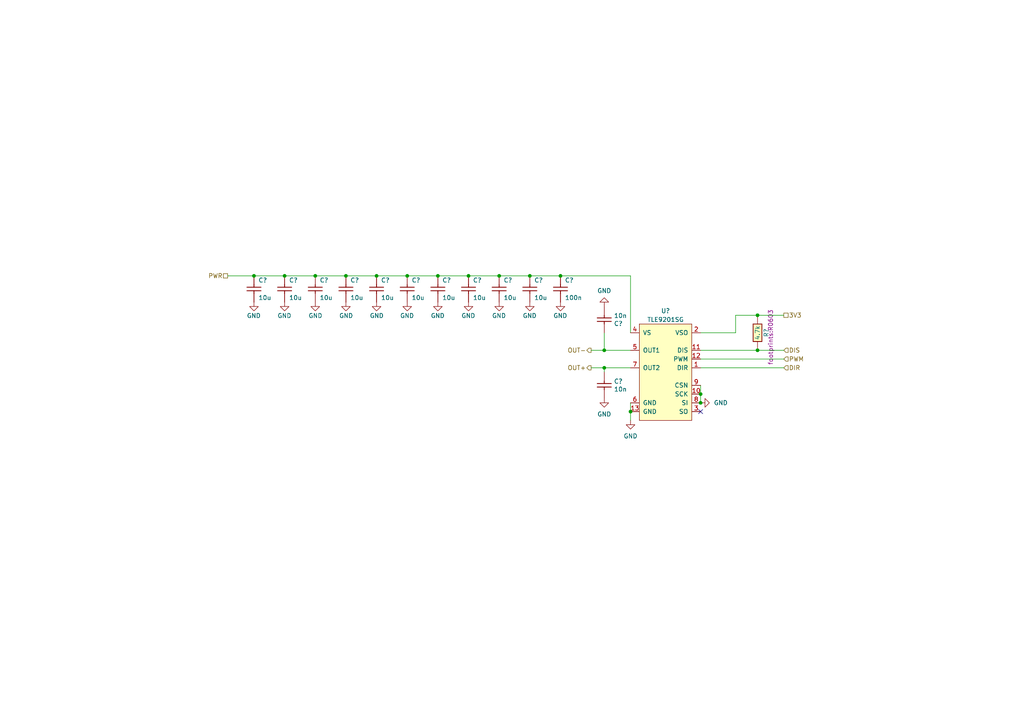
<source format=kicad_sch>
(kicad_sch (version 20230121) (generator eeschema)
  (paper "A4")
  (lib_symbols
    (symbol "chips:TLE9201SG" (pin_names (offset 1.016))
      (property "Reference" "U" (at -1.27 3.81 0))
      (property "Value" "TLE9201SG" (at 2.54 1.27 0))
      (symbol "TLE9201SG_0_1"
        (rectangle (start -2.54 0) (end 12.7 -27.94) (fill (type background)))
      )
      (symbol "TLE9201SG_1_1"
        (pin passive line (at -5.08 -12.7 0) (length 2.54) (name "DIR") (number "1"))
        (pin passive line (at -5.08 -20.32 0) (length 2.54) (name "SCK") (number "10"))
        (pin passive line (at -5.08 -7.62 0) (length 2.54) (name "DIS") (number "11"))
        (pin passive line (at -5.08 -10.16 0) (length 2.54) (name "PWM") (number "12"))
        (pin passive line (at 15.24 -25.4 180) (length 2.54) (name "GND") (number "13"))
        (pin passive line (at -5.08 -2.54 0) (length 2.54) (name "VSO") (number "2"))
        (pin passive line (at -5.08 -25.4 0) (length 2.54) (name "SO") (number "3"))
        (pin passive line (at 15.24 -2.54 180) (length 2.54) (name "VS") (number "4"))
        (pin passive line (at 15.24 -7.62 180) (length 2.54) (name "OUT1") (number "5"))
        (pin passive line (at 15.24 -22.86 180) (length 2.54) (name "GND") (number "6"))
        (pin passive line (at 15.24 -12.7 180) (length 2.54) (name "OUT2") (number "7"))
        (pin passive line (at -5.08 -22.86 0) (length 2.54) (name "SI") (number "8"))
        (pin passive line (at -5.08 -17.78 0) (length 2.54) (name "CSN") (number "9"))
      )
    )
    (symbol "hellen-one-common:Cap" (pin_numbers hide)
      (property "Reference" "C" (at -3.81 2.54 0))
      (property "Value" "Cap" (at -2.54 -1.27 0))
      (symbol "Cap_1_0"
        (polyline (pts (xy -1.27 0) (xy -0.508 0)) (stroke (width 0.254)))
        (polyline (pts (xy -0.508 -2.032) (xy -0.508 2.032)) (stroke (width 0.254)))
        (polyline (pts (xy 0.508 2.032) (xy 0.508 -2.032)) (stroke (width 0.254)))
        (polyline (pts (xy 1.27 0) (xy 0.508 0)) (stroke (width 0.254)))
        (pin passive line (at -3.81 0 0) (length 2.54) (name "") (number "1"))
        (pin passive line (at 3.81 0 180) (length 2.54) (name "") (number "2"))
      )
    )
    (symbol "hellen-one-common:Res" (pin_numbers hide)
      (property "Reference" "R" (at 3.81 2.54 0))
      (property "Value" "Res" (at 5.08 -2.54 0))
      (symbol "Res_1_0"
        (rectangle (start 2.54 -1.27) (end 7.62 1.27) (stroke (width 0.254)) (fill (type background)))
        (pin passive line (at 0 0 0) (length 2.54) (name "") (number "1"))
        (pin passive line (at 10.16 0 180) (length 2.54) (name "") (number "2"))
      )
    )
    (symbol "power:GND" (power) (pin_names (offset 0))
      (property "Value" "GND" (at 0 -3.81 0))
      (symbol "GND_0_1"
        (polyline (pts (xy 0 0) (xy 0 -1.27) (xy 1.27 -1.27) (xy 0 -2.54) (xy -1.27 -1.27) (xy 0 -1.27)))
      )
      (symbol "GND_1_1"
        (pin power_in line (at 0 0 270) (length 0) hide (name "GND") (number "1"))
      )
    )
  )
  (junction (at 144.78 80.01))
  (junction (at 91.44 80.01))
  (junction (at 219.71 91.44))
  (junction (at 127 80.01))
  (junction (at 135.89 80.01))
  (junction (at 203.2 116.84))
  (junction (at 175.26 101.6))
  (junction (at 175.26 106.68))
  (junction (at 109.22 80.01))
  (junction (at 219.71 101.6))
  (junction (at 118.11 80.01))
  (junction (at 182.88 119.38))
  (junction (at 203.2 114.3))
  (junction (at 162.56 80.01))
  (junction (at 73.66 80.01))
  (junction (at 153.67 80.01))
  (junction (at 82.55 80.01))
  (junction (at 100.33 80.01))
  (no_connect (at 203.2 119.38))
  (wire (pts (xy 175.26 101.6) (xy 171.45 101.6)))
  (wire (pts (xy 203.2 96.52) (xy 213.36 96.52)))
  (wire (pts (xy 203.2 111.76) (xy 203.2 114.3)))
  (wire (pts (xy 203.2 106.68) (xy 227.33 106.68)))
  (wire (pts (xy 153.67 80.01) (xy 162.56 80.01)))
  (wire (pts (xy 203.2 114.3) (xy 203.2 116.84)))
  (wire (pts (xy 203.2 101.6) (xy 219.71 101.6)))
  (wire (pts (xy 127 80.01) (xy 135.89 80.01)))
  (wire (pts (xy 203.2 104.14) (xy 227.33 104.14)))
  (wire (pts (xy 91.44 80.01) (xy 100.33 80.01)))
  (wire (pts (xy 175.26 106.68) (xy 182.88 106.68)))
  (wire (pts (xy 171.45 106.68) (xy 175.26 106.68)))
  (wire (pts (xy 182.88 101.6) (xy 175.26 101.6)))
  (wire (pts (xy 219.71 91.44) (xy 227.33 91.44)))
  (wire (pts (xy 144.78 80.01) (xy 153.67 80.01)))
  (wire (pts (xy 182.88 116.84) (xy 182.88 119.38)))
  (wire (pts (xy 213.36 96.52) (xy 213.36 91.44)))
  (wire (pts (xy 182.88 119.38) (xy 182.88 121.92)))
  (wire (pts (xy 82.55 80.01) (xy 91.44 80.01)))
  (wire (pts (xy 109.22 80.01) (xy 118.11 80.01)))
  (wire (pts (xy 73.66 80.01) (xy 82.55 80.01)))
  (wire (pts (xy 118.11 80.01) (xy 127 80.01)))
  (wire (pts (xy 175.26 101.6) (xy 175.26 96.52)))
  (wire (pts (xy 175.26 106.68) (xy 175.26 107.95)))
  (wire (pts (xy 135.89 80.01) (xy 144.78 80.01)))
  (wire (pts (xy 213.36 91.44) (xy 219.71 91.44)))
  (wire (pts (xy 66.04 80.01) (xy 73.66 80.01)))
  (wire (pts (xy 219.71 101.6) (xy 227.33 101.6)))
  (wire (pts (xy 162.56 80.01) (xy 182.88 80.01)))
  (wire (pts (xy 182.88 80.01) (xy 182.88 96.52)))
  (wire (pts (xy 100.33 80.01) (xy 109.22 80.01)))
  (hierarchical_label "3V3" (shape passive) (at 227.33 91.44 0))
  (hierarchical_label "OUT-" (shape output) (at 171.45 101.6 180))
  (hierarchical_label "DIS" (shape input) (at 227.33 101.6 0))
  (hierarchical_label "DIR" (shape input) (at 227.33 106.68 0))
  (hierarchical_label "PWM" (shape input) (at 227.33 104.14 0))
  (hierarchical_label "PWR" (shape passive) (at 66.04 80.01 180))
  (hierarchical_label "OUT+" (shape output) (at 171.45 106.68 180))
  (symbol (lib_id "hellen-one-common:Cap") (at 144.78 83.82 90) (unit 1)
    (property "Reference" "C?" (at 146.05 81.28 90) (effects (justify right)))
    (property "Value" "10u" (at 146.05 86.36 90) (effects (justify right)))
    (property "Footprint" "footprints:C0805" (effects hide))
    (property "LCSC" "C15850" (effects hide))
    (instances (project "hellen-112-17" (path "" (reference "C?") (unit 1))) (project "bmw_v6_90pin" (path "" (reference "C9") (unit 1))) (project "uaefi" (path "" (reference "C?") (unit 1)) (path "" (reference "C?") (unit 1))))
  )
  (symbol (lib_id "power:GND") (at 118.11 87.63 0) (mirror y) (unit 1)
    (property "Reference" "#PWR?" (effects hide))
    (property "Value" "GND" (at 118.0592 91.5734 0))
    (instances (project "hellen-112-17" (path "" (reference "#PWR?") (unit 1)) (path "" (reference "#PWR?") (unit 1))) (project "bmw_v6_90pin" (path "" (reference "#PWR0149") (unit 1))) (project "uaefi" (path "" (reference "#PWR?") (unit 1)) (path "" (reference "#PWR?") (unit 1))))
  )
  (symbol (lib_id "hellen-one-common:Cap") (at 118.11 83.82 90) (unit 1)
    (property "Reference" "C?" (at 119.38 81.28 90) (effects (justify right)))
    (property "Value" "10u" (at 119.38 86.36 90) (effects (justify right)))
    (property "Footprint" "footprints:C0805" (effects hide))
    (property "LCSC" "C15850" (effects hide))
    (instances (project "hellen-112-17" (path "" (reference "C?") (unit 1))) (project "bmw_v6_90pin" (path "" (reference "C6") (unit 1))) (project "uaefi" (path "" (reference "C?") (unit 1)) (path "" (reference "C?") (unit 1))))
  )
  (symbol (lib_id "hellen-one-common:Cap") (at 109.22 83.82 90) (unit 1)
    (property "Reference" "C?" (at 110.49 81.28 90) (effects (justify right)))
    (property "Value" "10u" (at 110.49 86.36 90) (effects (justify right)))
    (property "Footprint" "footprints:C0805" (effects hide))
    (property "LCSC" "C15850" (effects hide))
    (instances (project "hellen-112-17" (path "" (reference "C?") (unit 1))) (project "bmw_v6_90pin" (path "" (reference "C5") (unit 1))) (project "uaefi" (path "" (reference "C?") (unit 1)) (path "" (reference "C?") (unit 1))))
  )
  (symbol (lib_id "power:GND") (at 144.78 87.63 0) (mirror y) (unit 1)
    (property "Reference" "#PWR?" (effects hide))
    (property "Value" "GND" (at 144.7292 91.5734 0))
    (instances (project "hellen-112-17" (path "" (reference "#PWR?") (unit 1)) (path "" (reference "#PWR?") (unit 1))) (project "bmw_v6_90pin" (path "" (reference "#PWR0151") (unit 1))) (project "uaefi" (path "" (reference "#PWR?") (unit 1)) (path "" (reference "#PWR?") (unit 1))))
  )
  (symbol (lib_id "power:GND") (at 91.44 87.63 0) (unit 1)
    (property "Reference" "#PWR?" (effects hide))
    (property "Value" "GND" (at 91.4908 91.5734 0))
    (instances (project "hellen-112-17" (path "" (reference "#PWR?") (unit 1)) (path "" (reference "#PWR?") (unit 1))) (project "bmw_v6_90pin" (path "" (reference "#PWR0161") (unit 1))) (project "uaefi" (path "" (reference "#PWR?") (unit 1)) (path "" (reference "#PWR?") (unit 1))))
  )
  (symbol (lib_id "hellen-one-common:Res") (at 219.71 101.6 90) (unit 1)
    (property "Reference" "R?" (at 222.25 96.52 0))
    (property "Value" "4.7k" (at 219.71 96.52 0))
    (property "Footprint" "footprints:R0603" (at 223.52 97.79 0))
    (property "LCSC" "C23162" (effects hide))
    (instances (project "hellen-112-17" (path "" (reference "R?") (unit 1)) (path "" (reference "R?") (unit 1))) (project "bmw_v6_90pin" (path "" (reference "R5") (unit 1))) (project "uaefi" (path "" (reference "R?") (unit 1)) (path "" (reference "R?") (unit 1))))
  )
  (symbol (lib_id "power:GND") (at 127 87.63 0) (mirror y) (unit 1)
    (property "Reference" "#PWR?" (effects hide))
    (property "Value" "GND" (at 126.9492 91.5734 0))
    (instances (project "hellen-112-17" (path "" (reference "#PWR?") (unit 1)) (path "" (reference "#PWR?") (unit 1))) (project "bmw_v6_90pin" (path "" (reference "#PWR0150") (unit 1))) (project "uaefi" (path "" (reference "#PWR?") (unit 1)) (path "" (reference "#PWR?") (unit 1))))
  )
  (symbol (lib_id "hellen-one-common:Cap") (at 91.44 83.82 90) (unit 1)
    (property "Reference" "C?" (at 92.71 81.28 90) (effects (justify right)))
    (property "Value" "10u" (at 92.71 86.36 90) (effects (justify right)))
    (property "Footprint" "footprints:C0805" (effects hide))
    (property "LCSC" "C15850" (effects hide))
    (instances (project "hellen-112-17" (path "" (reference "C?") (unit 1))) (project "bmw_v6_90pin" (path "" (reference "C3") (unit 1))) (project "uaefi" (path "" (reference "C?") (unit 1)) (path "" (reference "C?") (unit 1))))
  )
  (symbol (lib_id "power:GND") (at 203.2 116.84 90) (mirror x) (unit 1)
    (property "Reference" "#PWR?" (effects hide))
    (property "Value" "GND" (at 207.01 116.84 90) (effects (justify right)))
    (instances (project "hellen-112-17" (path "" (reference "#PWR?") (unit 1)) (path "" (reference "#PWR?") (unit 1))) (project "bmw_v6_90pin" (path "" (reference "#PWR0147") (unit 1))) (project "uaefi" (path "" (reference "#PWR?") (unit 1)) (path "" (reference "#PWR?") (unit 1))))
  )
  (symbol (lib_id "power:GND") (at 100.33 87.63 0) (unit 1)
    (property "Reference" "#PWR?" (effects hide))
    (property "Value" "GND" (at 100.3808 91.5734 0))
    (instances (project "hellen-112-17" (path "" (reference "#PWR?") (unit 1)) (path "" (reference "#PWR?") (unit 1))) (project "bmw_v6_90pin" (path "" (reference "#PWR0159") (unit 1))) (project "uaefi" (path "" (reference "#PWR?") (unit 1)) (path "" (reference "#PWR?") (unit 1))))
  )
  (symbol (lib_id "power:GND") (at 153.67 87.63 0) (mirror y) (unit 1)
    (property "Reference" "#PWR?" (effects hide))
    (property "Value" "GND" (at 153.6192 91.5734 0))
    (instances (project "hellen-112-17" (path "" (reference "#PWR?") (unit 1)) (path "" (reference "#PWR?") (unit 1))) (project "bmw_v6_90pin" (path "" (reference "#PWR0152") (unit 1))) (project "uaefi" (path "" (reference "#PWR?") (unit 1)) (path "" (reference "#PWR?") (unit 1))))
  )
  (symbol (lib_id "hellen-one-common:Cap") (at 100.33 83.82 90) (unit 1)
    (property "Reference" "C?" (at 101.6 81.28 90) (effects (justify right)))
    (property "Value" "10u" (at 101.6 86.36 90) (effects (justify right)))
    (property "Footprint" "footprints:C0805" (effects hide))
    (property "LCSC" "C15850" (effects hide))
    (instances (project "hellen-112-17" (path "" (reference "C?") (unit 1))) (project "bmw_v6_90pin" (path "" (reference "C4") (unit 1))) (project "uaefi" (path "" (reference "C?") (unit 1)) (path "" (reference "C?") (unit 1))))
  )
  (symbol (lib_id "power:GND") (at 109.22 87.63 0) (unit 1)
    (property "Reference" "#PWR?" (effects hide))
    (property "Value" "GND" (at 109.2708 91.5734 0))
    (instances (project "hellen-112-17" (path "" (reference "#PWR?") (unit 1)) (path "" (reference "#PWR?") (unit 1))) (project "bmw_v6_90pin" (path "" (reference "#PWR0160") (unit 1))) (project "uaefi" (path "" (reference "#PWR?") (unit 1)) (path "" (reference "#PWR?") (unit 1))))
  )
  (symbol (lib_id "power:GND") (at 73.66 87.63 0) (mirror y) (unit 1)
    (property "Reference" "#PWR?" (effects hide))
    (property "Value" "GND" (at 73.6092 91.5734 0))
    (instances (project "hellen-112-17" (path "" (reference "#PWR?") (unit 1)) (path "" (reference "#PWR?") (unit 1))) (project "bmw_v6_90pin" (path "" (reference "#PWR0158") (unit 1))) (project "uaefi" (path "" (reference "#PWR?") (unit 1)) (path "" (reference "#PWR?") (unit 1))))
  )
  (symbol (lib_id "chips:TLE9201SG") (at 198.12 93.98 0) (mirror y) (unit 1)
    (property "Reference" "U?" (at 193.04 90.17 0))
    (property "Value" "TLE9201SG" (at 193.04 92.71 0))
    (property "Footprint" "Package_SO:Infineon_PG-DSO-12-11" (effects hide))
    (property "LCSC" "C112633" (effects hide))
    (instances (project "hellen-112-17" (path "" (reference "U?") (unit 1))) (project "bmw_v6_90pin" (path "" (reference "U2") (unit 1))) (project "uaefi" (path "" (reference "U?") (unit 1)) (path "" (reference "U?") (unit 1))))
  )
  (symbol (lib_id "hellen-one-common:Cap") (at 73.66 83.82 90) (unit 1)
    (property "Reference" "C?" (at 74.93 81.28 90) (effects (justify right)))
    (property "Value" "10u" (at 74.93 86.36 90) (effects (justify right)))
    (property "Footprint" "footprints:C0805" (effects hide))
    (property "LCSC" "C15850" (effects hide))
    (instances (project "hellen-112-17" (path "" (reference "C?") (unit 1))) (project "bmw_v6_90pin" (path "" (reference "C1") (unit 1))) (project "uaefi" (path "" (reference "C?") (unit 1)) (path "" (reference "C?") (unit 1))))
  )
  (symbol (lib_id "hellen-one-common:Cap") (at 162.56 83.82 90) (unit 1)
    (property "Reference" "C?" (at 163.83 81.28 90) (effects (justify right)))
    (property "Value" "100n" (at 163.83 86.36 90) (effects (justify right)))
    (property "Footprint" "footprints:C0805" (effects hide))
    (property "LCSC" "C14663" (effects hide))
    (instances (project "hellen-112-17" (path "" (reference "C?") (unit 1))) (project "bmw_v6_90pin" (path "" (reference "C11") (unit 1))) (project "uaefi" (path "" (reference "C?") (unit 1)) (path "" (reference "C?") (unit 1))))
  )
  (symbol (lib_id "hellen-one-common:Cap") (at 153.67 83.82 90) (unit 1)
    (property "Reference" "C?" (at 154.94 81.28 90) (effects (justify right)))
    (property "Value" "10u" (at 154.94 86.36 90) (effects (justify right)))
    (property "Footprint" "footprints:C0805" (effects hide))
    (property "LCSC" "C15850" (effects hide))
    (instances (project "hellen-112-17" (path "" (reference "C?") (unit 1))) (project "bmw_v6_90pin" (path "" (reference "C10") (unit 1))) (project "uaefi" (path "" (reference "C?") (unit 1)) (path "" (reference "C?") (unit 1))))
  )
  (symbol (lib_id "power:GND") (at 175.26 115.57 0) (mirror y) (unit 1)
    (property "Reference" "#PWR?" (effects hide))
    (property "Value" "GND" (at 175.26 120.1325 0))
    (instances (project "hellen-112-17" (path "" (reference "#PWR?") (unit 1)) (path "" (reference "#PWR?") (unit 1))) (project "bmw_v6_90pin" (path "" (reference "#PWR0154") (unit 1))) (project "uaefi" (path "" (reference "#PWR?") (unit 1)) (path "" (reference "#PWR?") (unit 1))))
  )
  (symbol (lib_id "hellen-one-common:Cap") (at 135.89 83.82 90) (unit 1)
    (property "Reference" "C?" (at 137.16 81.28 90) (effects (justify right)))
    (property "Value" "10u" (at 137.16 86.36 90) (effects (justify right)))
    (property "Footprint" "footprints:C0805" (effects hide))
    (property "LCSC" "C15850" (effects hide))
    (instances (project "hellen-112-17" (path "" (reference "C?") (unit 1))) (project "bmw_v6_90pin" (path "" (reference "C8") (unit 1))) (project "uaefi" (path "" (reference "C?") (unit 1)) (path "" (reference "C?") (unit 1))))
  )
  (symbol (lib_id "hellen-one-common:Cap") (at 127 83.82 90) (unit 1)
    (property "Reference" "C?" (at 128.27 81.28 90) (effects (justify right)))
    (property "Value" "10u" (at 128.27 86.36 90) (effects (justify right)))
    (property "Footprint" "footprints:C0805" (effects hide))
    (property "LCSC" "C15850" (effects hide))
    (instances (project "hellen-112-17" (path "" (reference "C?") (unit 1))) (project "bmw_v6_90pin" (path "" (reference "C7") (unit 1))) (project "uaefi" (path "" (reference "C?") (unit 1)) (path "" (reference "C?") (unit 1))))
  )
  (symbol (lib_id "power:GND") (at 175.26 88.9 180) (unit 1)
    (property "Reference" "#PWR?" (effects hide))
    (property "Value" "GND" (at 175.26 84.3375 0))
    (instances (project "hellen-112-17" (path "" (reference "#PWR?") (unit 1)) (path "" (reference "#PWR?") (unit 1))) (project "bmw_v6_90pin" (path "" (reference "#PWR0153") (unit 1))) (project "uaefi" (path "" (reference "#PWR?") (unit 1)) (path "" (reference "#PWR?") (unit 1))))
  )
  (symbol (lib_id "power:GND") (at 182.88 121.92 0) (mirror y) (unit 1)
    (property "Reference" "#PWR?" (effects hide))
    (property "Value" "GND" (at 182.88 126.4825 0))
    (instances (project "hellen-112-17" (path "" (reference "#PWR?") (unit 1)) (path "" (reference "#PWR?") (unit 1))) (project "bmw_v6_90pin" (path "" (reference "#PWR0155") (unit 1))) (project "uaefi" (path "" (reference "#PWR?") (unit 1)) (path "" (reference "#PWR?") (unit 1))))
  )
  (symbol (lib_id "power:GND") (at 162.56 87.63 0) (mirror y) (unit 1)
    (property "Reference" "#PWR?" (effects hide))
    (property "Value" "GND" (at 162.5092 91.5734 0))
    (instances (project "hellen-112-17" (path "" (reference "#PWR?") (unit 1)) (path "" (reference "#PWR?") (unit 1))) (project "bmw_v6_90pin" (path "" (reference "#PWR0156") (unit 1))) (project "uaefi" (path "" (reference "#PWR?") (unit 1)) (path "" (reference "#PWR?") (unit 1))))
  )
  (symbol (lib_id "hellen-one-common:Cap") (at 82.55 83.82 90) (unit 1)
    (property "Reference" "C?" (at 83.82 81.28 90) (effects (justify right)))
    (property "Value" "10u" (at 83.82 86.36 90) (effects (justify right)))
    (property "Footprint" "footprints:C0805" (effects hide))
    (property "LCSC" "C15850" (effects hide))
    (instances (project "hellen-112-17" (path "" (reference "C?") (unit 1))) (project "bmw_v6_90pin" (path "" (reference "C2") (unit 1))) (project "uaefi" (path "" (reference "C?") (unit 1)) (path "" (reference "C?") (unit 1))))
  )
  (symbol (lib_id "power:GND") (at 82.55 87.63 0) (mirror y) (unit 1)
    (property "Reference" "#PWR?" (effects hide))
    (property "Value" "GND" (at 82.4992 91.5734 0))
    (instances (project "hellen-112-17" (path "" (reference "#PWR?") (unit 1)) (path "" (reference "#PWR?") (unit 1))) (project "bmw_v6_90pin" (path "" (reference "#PWR0157") (unit 1))) (project "uaefi" (path "" (reference "#PWR?") (unit 1)) (path "" (reference "#PWR?") (unit 1))))
  )
  (symbol (lib_id "hellen-one-common:Cap") (at 175.26 92.71 90) (mirror x) (unit 1)
    (property "Reference" "C?" (at 178.0541 93.8594 90) (effects (justify right)))
    (property "Value" "10n" (at 178.0541 91.5607 90) (effects (justify right)))
    (property "Footprint" "footprints:C0603" (effects hide))
    (property "LCSC" "C57112" (effects hide))
    (instances (project "hellen-112-17" (path "" (reference "C?") (unit 1)) (path "" (reference "C?") (unit 1))) (project "bmw_v6_90pin" (path "" (reference "C12") (unit 1))) (project "uaefi" (path "" (reference "C?") (unit 1)) (path "" (reference "C?") (unit 1))))
  )
  (symbol (lib_id "hellen-one-common:Cap") (at 175.26 111.76 90) (unit 1)
    (property "Reference" "C?" (at 178.0541 110.6106 90) (effects (justify right)))
    (property "Value" "10n" (at 178.0541 112.9093 90) (effects (justify right)))
    (property "Footprint" "footprints:C0603" (effects hide))
    (property "LCSC" "C57112" (effects hide))
    (instances (project "hellen-112-17" (path "" (reference "C?") (unit 1)) (path "" (reference "C?") (unit 1))) (project "bmw_v6_90pin" (path "" (reference "C13") (unit 1))) (project "uaefi" (path "" (reference "C?") (unit 1)) (path "" (reference "C?") (unit 1))))
  )
  (symbol (lib_id "power:GND") (at 135.89 87.63 0) (mirror y) (unit 1)
    (property "Reference" "#PWR?" (effects hide))
    (property "Value" "GND" (at 135.8392 91.5734 0))
    (instances (project "hellen-112-17" (path "" (reference "#PWR?") (unit 1)) (path "" (reference "#PWR?") (unit 1))) (project "bmw_v6_90pin" (path "" (reference "#PWR0148") (unit 1))) (project "uaefi" (path "" (reference "#PWR?") (unit 1)) (path "" (reference "#PWR?") (unit 1))))
  )
)
</source>
